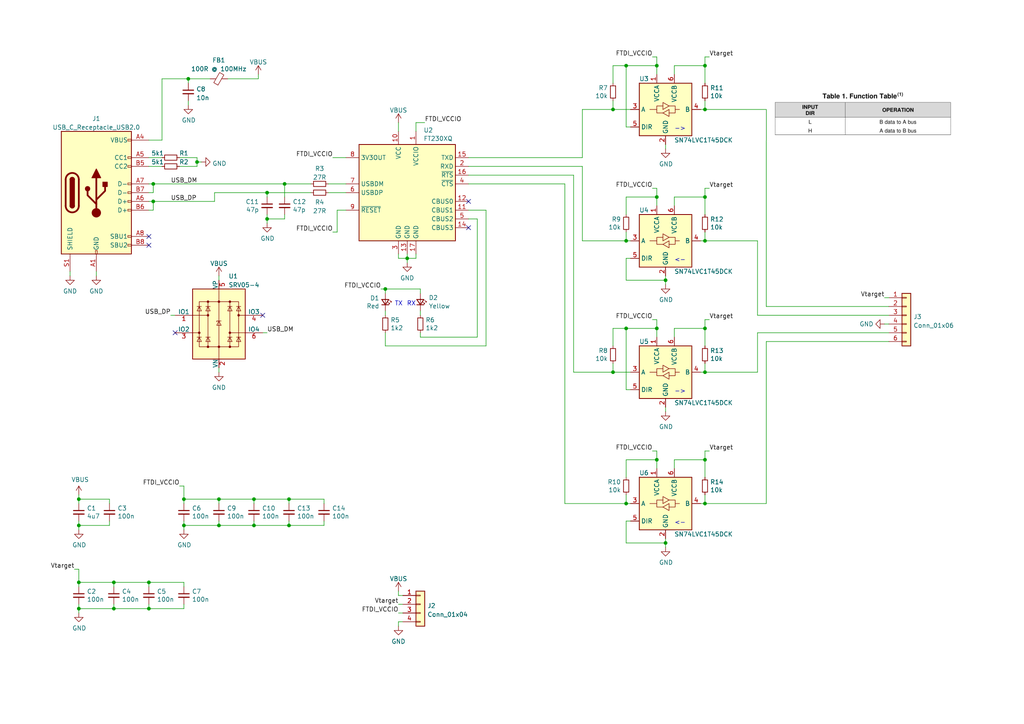
<source format=kicad_sch>
(kicad_sch (version 20230121) (generator eeschema)
  (paper "A4")
  (lib_symbols
    (symbol "Connector:USB_C_Receptacle_USB2.0" (pin_names (offset 1.016))
      (property "Reference" "J" (at -10.16 19.05 0))
      (property "Value" "USB_C_Receptacle_USB2.0" (at 19.05 19.05 0))
      (symbol "USB_C_Receptacle_USB2.0_0_0"
        (rectangle (start -0.254 -17.78) (end 0.254 -16.764))
        (rectangle (start 10.16 -14.986) (end 9.144 -15.494))
        (rectangle (start 10.16 -12.446) (end 9.144 -12.954))
        (rectangle (start 10.16 -4.826) (end 9.144 -5.334))
        (rectangle (start 10.16 -2.286) (end 9.144 -2.794))
        (rectangle (start 10.16 0.254) (end 9.144 -0.254))
        (rectangle (start 10.16 2.794) (end 9.144 2.286))
        (rectangle (start 10.16 7.874) (end 9.144 7.366))
        (rectangle (start 10.16 10.414) (end 9.144 9.906))
        (rectangle (start 10.16 15.494) (end 9.144 14.986))
      )
      (symbol "USB_C_Receptacle_USB2.0_0_1"
        (rectangle (start -10.16 17.78) (end 10.16 -17.78) (stroke (width 0.254)) (fill (type background)))
        (arc (start -8.89 -3.81) (mid -6.985 -5.7067) (end -5.08 -3.81) (stroke (width 0.508)))
        (arc (start -7.62 -3.81) (mid -6.985 -4.4423) (end -6.35 -3.81) (stroke (width 0.254)))
        (arc (start -7.62 -3.81) (mid -6.985 -4.4423) (end -6.35 -3.81) (stroke (width 0.254)) (fill (type outline)))
        (rectangle (start -7.62 -3.81) (end -6.35 3.81) (stroke (width 0.254)) (fill (type outline)))
        (arc (start -6.35 3.81) (mid -6.985 4.4423) (end -7.62 3.81) (stroke (width 0.254)))
        (arc (start -6.35 3.81) (mid -6.985 4.4423) (end -7.62 3.81) (stroke (width 0.254)) (fill (type outline)))
        (arc (start -5.08 3.81) (mid -6.985 5.7067) (end -8.89 3.81) (stroke (width 0.508)))
        (circle (center -2.54 1.143) (radius 0.635) (stroke (width 0.254)) (fill (type outline)))
        (circle (center 0 -5.842) (radius 1.27) (fill (type outline)))
        (polyline (pts (xy -8.89 -3.81) (xy -8.89 3.81)) (stroke (width 0.508)))
        (polyline (pts (xy -5.08 3.81) (xy -5.08 -3.81)) (stroke (width 0.508)))
        (polyline (pts (xy 0 -5.842) (xy 0 4.318)) (stroke (width 0.508)))
        (polyline (pts (xy 0 -3.302) (xy -2.54 -0.762) (xy -2.54 0.508)) (stroke (width 0.508)))
        (polyline (pts (xy 0 -2.032) (xy 2.54 0.508) (xy 2.54 1.778)) (stroke (width 0.508)))
        (polyline (pts (xy -1.27 4.318) (xy 0 6.858) (xy 1.27 4.318) (xy -1.27 4.318)) (stroke (width 0.254)) (fill (type outline)))
        (rectangle (start 1.905 1.778) (end 3.175 3.048) (stroke (width 0.254)) (fill (type outline)))
      )
      (symbol "USB_C_Receptacle_USB2.0_1_1"
        (pin passive line (at 0 -22.86 90) (length 5.08) (name "GND") (number "A1"))
        (pin passive line (at 0 -22.86 90) (length 5.08) hide (name "GND") (number "A12"))
        (pin passive line (at 15.24 15.24 180) (length 5.08) (name "VBUS") (number "A4"))
        (pin bidirectional line (at 15.24 10.16 180) (length 5.08) (name "CC1") (number "A5"))
        (pin bidirectional line (at 15.24 -2.54 180) (length 5.08) (name "D+") (number "A6"))
        (pin bidirectional line (at 15.24 2.54 180) (length 5.08) (name "D-") (number "A7"))
        (pin bidirectional line (at 15.24 -12.7 180) (length 5.08) (name "SBU1") (number "A8"))
        (pin passive line (at 15.24 15.24 180) (length 5.08) hide (name "VBUS") (number "A9"))
        (pin passive line (at 0 -22.86 90) (length 5.08) hide (name "GND") (number "B1"))
        (pin passive line (at 0 -22.86 90) (length 5.08) hide (name "GND") (number "B12"))
        (pin passive line (at 15.24 15.24 180) (length 5.08) hide (name "VBUS") (number "B4"))
        (pin bidirectional line (at 15.24 7.62 180) (length 5.08) (name "CC2") (number "B5"))
        (pin bidirectional line (at 15.24 -5.08 180) (length 5.08) (name "D+") (number "B6"))
        (pin bidirectional line (at 15.24 0 180) (length 5.08) (name "D-") (number "B7"))
        (pin bidirectional line (at 15.24 -15.24 180) (length 5.08) (name "SBU2") (number "B8"))
        (pin passive line (at 15.24 15.24 180) (length 5.08) hide (name "VBUS") (number "B9"))
        (pin passive line (at -7.62 -22.86 90) (length 5.08) (name "SHIELD") (number "S1"))
      )
    )
    (symbol "Connector_Generic:Conn_01x04" (pin_names (offset 1.016) hide)
      (property "Reference" "J" (at 0 5.08 0))
      (property "Value" "Conn_01x04" (at 0 -7.62 0))
      (symbol "Conn_01x04_1_1"
        (rectangle (start -1.27 -4.953) (end 0 -5.207) (stroke (width 0.1524)))
        (rectangle (start -1.27 -2.413) (end 0 -2.667) (stroke (width 0.1524)))
        (rectangle (start -1.27 0.127) (end 0 -0.127) (stroke (width 0.1524)))
        (rectangle (start -1.27 2.667) (end 0 2.413) (stroke (width 0.1524)))
        (rectangle (start -1.27 3.81) (end 1.27 -6.35) (stroke (width 0.254)) (fill (type background)))
        (pin passive line (at -5.08 2.54 0) (length 3.81) (name "Pin_1") (number "1"))
        (pin passive line (at -5.08 0 0) (length 3.81) (name "Pin_2") (number "2"))
        (pin passive line (at -5.08 -2.54 0) (length 3.81) (name "Pin_3") (number "3"))
        (pin passive line (at -5.08 -5.08 0) (length 3.81) (name "Pin_4") (number "4"))
      )
    )
    (symbol "Connector_Generic:Conn_01x06" (pin_names (offset 1.016) hide)
      (property "Reference" "J" (at 0 7.62 0))
      (property "Value" "Conn_01x06" (at 0 -10.16 0))
      (symbol "Conn_01x06_1_1"
        (rectangle (start -1.27 -7.493) (end 0 -7.747) (stroke (width 0.1524)))
        (rectangle (start -1.27 -4.953) (end 0 -5.207) (stroke (width 0.1524)))
        (rectangle (start -1.27 -2.413) (end 0 -2.667) (stroke (width 0.1524)))
        (rectangle (start -1.27 0.127) (end 0 -0.127) (stroke (width 0.1524)))
        (rectangle (start -1.27 2.667) (end 0 2.413) (stroke (width 0.1524)))
        (rectangle (start -1.27 5.207) (end 0 4.953) (stroke (width 0.1524)))
        (rectangle (start -1.27 6.35) (end 1.27 -8.89) (stroke (width 0.254)) (fill (type background)))
        (pin passive line (at -5.08 5.08 0) (length 3.81) (name "Pin_1") (number "1"))
        (pin passive line (at -5.08 2.54 0) (length 3.81) (name "Pin_2") (number "2"))
        (pin passive line (at -5.08 0 0) (length 3.81) (name "Pin_3") (number "3"))
        (pin passive line (at -5.08 -2.54 0) (length 3.81) (name "Pin_4") (number "4"))
        (pin passive line (at -5.08 -5.08 0) (length 3.81) (name "Pin_5") (number "5"))
        (pin passive line (at -5.08 -7.62 0) (length 3.81) (name "Pin_6") (number "6"))
      )
    )
    (symbol "Device:C_Small" (pin_numbers hide) (pin_names (offset 0.254) hide)
      (property "Reference" "C" (at 0.254 1.778 0))
      (property "Value" "C_Small" (at 0.254 -2.032 0))
      (symbol "C_Small_0_1"
        (polyline (pts (xy -1.524 -0.508) (xy 1.524 -0.508)) (stroke (width 0.3302)))
        (polyline (pts (xy -1.524 0.508) (xy 1.524 0.508)) (stroke (width 0.3048)))
      )
      (symbol "C_Small_1_1"
        (pin passive line (at 0 2.54 270) (length 2.032) (name "~") (number "1"))
        (pin passive line (at 0 -2.54 90) (length 2.032) (name "~") (number "2"))
      )
    )
    (symbol "Device:FerriteBead_Small" (pin_numbers hide) (pin_names (offset 0))
      (property "Reference" "FB" (at 1.905 1.27 0))
      (property "Value" "FerriteBead_Small" (at 1.905 -1.27 0))
      (symbol "FerriteBead_Small_0_1"
        (polyline (pts (xy 0 -1.27) (xy 0 -0.7874)))
        (polyline (pts (xy 0 0.889) (xy 0 1.2954)))
        (polyline (pts (xy -1.8288 0.2794) (xy -1.1176 1.4986) (xy 1.8288 -0.2032) (xy 1.1176 -1.4224) (xy -1.8288 0.2794)))
      )
      (symbol "FerriteBead_Small_1_1"
        (pin passive line (at 0 2.54 270) (length 1.27) (name "~") (number "1"))
        (pin passive line (at 0 -2.54 90) (length 1.27) (name "~") (number "2"))
      )
    )
    (symbol "Device:LED_Small" (pin_numbers hide) (pin_names (offset 0.254) hide)
      (property "Reference" "D" (at -1.27 3.175 0))
      (property "Value" "LED_Small" (at -4.445 -2.54 0))
      (symbol "LED_Small_0_1"
        (polyline (pts (xy -0.762 -1.016) (xy -0.762 1.016)) (stroke (width 0.254)))
        (polyline (pts (xy 1.016 0) (xy -0.762 0)))
        (polyline (pts (xy 0.762 -1.016) (xy -0.762 0) (xy 0.762 1.016) (xy 0.762 -1.016)) (stroke (width 0.254)))
        (polyline (pts (xy 0 0.762) (xy -0.508 1.27) (xy -0.254 1.27) (xy -0.508 1.27) (xy -0.508 1.016)))
        (polyline (pts (xy 0.508 1.27) (xy 0 1.778) (xy 0.254 1.778) (xy 0 1.778) (xy 0 1.524)))
      )
      (symbol "LED_Small_1_1"
        (pin passive line (at -2.54 0 0) (length 1.778) (name "K") (number "1"))
        (pin passive line (at 2.54 0 180) (length 1.778) (name "A") (number "2"))
      )
    )
    (symbol "Device:R_Small" (pin_numbers hide) (pin_names (offset 0.254) hide)
      (property "Reference" "R" (at 0.762 0.508 0))
      (property "Value" "R_Small" (at 0.762 -1.016 0))
      (symbol "R_Small_0_1"
        (rectangle (start -0.762 1.778) (end 0.762 -1.778) (stroke (width 0.2032)))
      )
      (symbol "R_Small_1_1"
        (pin passive line (at 0 2.54 270) (length 0.762) (name "~") (number "1"))
        (pin passive line (at 0 -2.54 90) (length 0.762) (name "~") (number "2"))
      )
    )
    (symbol "Interface_USB:FT230XQ"
      (property "Reference" "U" (at -13.97 15.24 0))
      (property "Value" "FT230XQ" (at 7.62 15.24 0))
      (symbol "FT230XQ_0_1"
        (rectangle (start -13.97 13.97) (end 13.97 -13.97) (stroke (width 0.254)) (fill (type background)))
      )
      (symbol "FT230XQ_1_1"
        (pin power_in line (at 2.54 17.78 270) (length 3.81) (name "VCCIO") (number "1"))
        (pin power_in line (at -2.54 17.78 270) (length 3.81) (name "VCC") (number "10"))
        (pin bidirectional line (at 17.78 -5.08 180) (length 3.81) (name "CBUS1") (number "11"))
        (pin bidirectional line (at 17.78 -2.54 180) (length 3.81) (name "CBUS0") (number "12"))
        (pin power_in line (at 0 -17.78 90) (length 3.81) (name "GND") (number "13"))
        (pin bidirectional line (at 17.78 -10.16 180) (length 3.81) (name "CBUS3") (number "14"))
        (pin output line (at 17.78 10.16 180) (length 3.81) (name "TXD") (number "15"))
        (pin output line (at 17.78 5.08 180) (length 3.81) (name "~{RTS}") (number "16"))
        (pin power_in line (at 2.54 -17.78 90) (length 3.81) (name "GND") (number "17"))
        (pin input line (at 17.78 7.62 180) (length 3.81) (name "RXD") (number "2"))
        (pin power_in line (at -2.54 -17.78 90) (length 3.81) (name "GND") (number "3"))
        (pin input line (at 17.78 2.54 180) (length 3.81) (name "~{CTS}") (number "4"))
        (pin bidirectional line (at 17.78 -7.62 180) (length 3.81) (name "CBUS2") (number "5"))
        (pin bidirectional line (at -17.78 0 0) (length 3.81) (name "USBDP") (number "6"))
        (pin bidirectional line (at -17.78 2.54 0) (length 3.81) (name "USBDM") (number "7"))
        (pin power_out line (at -17.78 10.16 0) (length 3.81) (name "3V3OUT") (number "8"))
        (pin input line (at -17.78 -5.08 0) (length 3.81) (name "~{RESET}") (number "9"))
      )
    )
    (symbol "Logic_LevelTranslator:SN74LVC1T45DCK"
      (property "Reference" "U" (at -6.35 8.89 0))
      (property "Value" "SN74LVC1T45DCK" (at 3.81 8.89 0))
      (symbol "SN74LVC1T45DCK_0_1"
        (rectangle (start -7.62 7.62) (end 7.62 -7.62) (stroke (width 0.254)) (fill (type background)))
        (polyline (pts (xy -2.54 0) (xy -2.54 1.016) (xy -0.762 1.016)))
        (polyline (pts (xy 2.794 0) (xy 2.794 -1.016) (xy 1.016 -1.016)))
        (polyline (pts (xy -0.762 -1.016) (xy -2.54 -1.016) (xy -2.54 0) (xy -4.572 0)))
        (polyline (pts (xy -0.762 0) (xy -0.762 2.032) (xy 1.016 1.016) (xy -0.762 0)))
        (polyline (pts (xy 1.016 1.016) (xy 2.794 1.016) (xy 2.794 0) (xy 4.064 0)))
        (polyline (pts (xy 1.016 0) (xy 1.016 -1.778) (xy 1.016 -2.032) (xy -0.762 -1.016) (xy 1.016 0)))
      )
      (symbol "SN74LVC1T45DCK_1_1"
        (pin power_in line (at -2.54 10.16 270) (length 2.54) (name "VCCA") (number "1"))
        (pin power_in line (at 0 -10.16 90) (length 2.54) (name "GND") (number "2"))
        (pin bidirectional line (at -10.16 0 0) (length 2.54) (name "A") (number "3"))
        (pin bidirectional line (at 10.16 0 180) (length 2.54) (name "B") (number "4"))
        (pin input line (at -10.16 -5.08 0) (length 2.54) (name "DIR") (number "5"))
        (pin power_in line (at 2.54 10.16 270) (length 2.54) (name "VCCB") (number "6"))
      )
    )
    (symbol "Power_Protection:SRV05-4" (pin_names (offset 0))
      (property "Reference" "U" (at -5.08 11.43 0))
      (property "Value" "SRV05-4" (at 2.54 11.43 0))
      (symbol "SRV05-4_0_0"
        (rectangle (start -5.715 6.477) (end 5.715 -6.604))
        (polyline (pts (xy -3.175 -6.604) (xy -3.175 6.477)))
        (polyline (pts (xy 3.175 6.477) (xy 3.175 -6.604)))
      )
      (symbol "SRV05-4_0_1"
        (rectangle (start -7.62 10.16) (end 7.62 -10.16) (stroke (width 0.254)) (fill (type background)))
        (circle (center -5.715 -2.54) (radius 0.2794) (fill (type outline)))
        (circle (center -3.175 -6.604) (radius 0.2794) (fill (type outline)))
        (circle (center -3.175 2.54) (radius 0.2794) (fill (type outline)))
        (circle (center -3.175 6.477) (radius 0.2794) (fill (type outline)))
        (circle (center 0 -6.604) (radius 0.2794) (fill (type outline)))
        (polyline (pts (xy -7.747 2.54) (xy -3.175 2.54)))
        (polyline (pts (xy -7.62 -2.54) (xy -5.715 -2.54)))
        (polyline (pts (xy -5.08 -3.81) (xy -6.35 -3.81)))
        (polyline (pts (xy -5.08 5.08) (xy -6.35 5.08)))
        (polyline (pts (xy -2.54 -3.81) (xy -3.81 -3.81)))
        (polyline (pts (xy -2.54 5.08) (xy -3.81 5.08)))
        (polyline (pts (xy 0 10.16) (xy 0 -10.16)))
        (polyline (pts (xy 3.81 -3.81) (xy 2.54 -3.81)))
        (polyline (pts (xy 3.81 5.08) (xy 2.54 5.08)))
        (polyline (pts (xy 6.35 -3.81) (xy 5.08 -3.81)))
        (polyline (pts (xy 6.35 5.08) (xy 5.08 5.08)))
        (polyline (pts (xy 7.62 -2.54) (xy 3.175 -2.54)))
        (polyline (pts (xy 7.62 2.54) (xy 5.715 2.54)))
        (polyline (pts (xy 0.635 0.889) (xy -0.635 0.889) (xy -0.635 0.635)))
        (polyline (pts (xy -5.08 -5.08) (xy -6.35 -5.08) (xy -5.715 -3.81) (xy -5.08 -5.08)))
        (polyline (pts (xy -5.08 3.81) (xy -6.35 3.81) (xy -5.715 5.08) (xy -5.08 3.81)))
        (polyline (pts (xy -2.54 -5.08) (xy -3.81 -5.08) (xy -3.175 -3.81) (xy -2.54 -5.08)))
        (polyline (pts (xy -2.54 3.81) (xy -3.81 3.81) (xy -3.175 5.08) (xy -2.54 3.81)))
        (polyline (pts (xy 0.635 -0.381) (xy -0.635 -0.381) (xy 0 0.889) (xy 0.635 -0.381)))
        (polyline (pts (xy 3.81 -5.08) (xy 2.54 -5.08) (xy 3.175 -3.81) (xy 3.81 -5.08)))
        (polyline (pts (xy 3.81 3.81) (xy 2.54 3.81) (xy 3.175 5.08) (xy 3.81 3.81)))
        (polyline (pts (xy 6.35 -5.08) (xy 5.08 -5.08) (xy 5.715 -3.81) (xy 6.35 -5.08)))
        (polyline (pts (xy 6.35 3.81) (xy 5.08 3.81) (xy 5.715 5.08) (xy 6.35 3.81)))
        (circle (center 0 6.477) (radius 0.2794) (fill (type outline)))
        (circle (center 3.175 -6.604) (radius 0.2794) (fill (type outline)))
        (circle (center 3.175 -2.54) (radius 0.2794) (fill (type outline)))
        (circle (center 3.175 6.477) (radius 0.2794) (fill (type outline)))
        (circle (center 5.715 2.54) (radius 0.2794) (fill (type outline)))
      )
      (symbol "SRV05-4_1_1"
        (pin passive line (at -12.7 2.54 0) (length 5.08) (name "IO1") (number "1"))
        (pin passive line (at 0 -12.7 90) (length 2.54) (name "VN") (number "2"))
        (pin passive line (at -12.7 -2.54 0) (length 5.08) (name "IO2") (number "3"))
        (pin passive line (at 12.7 2.54 180) (length 5.08) (name "IO3") (number "4"))
        (pin passive line (at 0 12.7 270) (length 2.54) (name "VP") (number "5"))
        (pin passive line (at 12.7 -2.54 180) (length 5.08) (name "IO4") (number "6"))
      )
    )
    (symbol "power:GND" (power) (pin_names (offset 0))
      (property "Value" "GND" (at 0 -3.81 0))
      (symbol "GND_0_1"
        (polyline (pts (xy 0 0) (xy 0 -1.27) (xy 1.27 -1.27) (xy 0 -2.54) (xy -1.27 -1.27) (xy 0 -1.27)))
      )
      (symbol "GND_1_1"
        (pin power_in line (at 0 0 270) (length 0) hide (name "GND") (number "1"))
      )
    )
    (symbol "power:VBUS" (power) (pin_names (offset 0))
      (property "Value" "VBUS" (at 0 3.81 0))
      (symbol "VBUS_0_1"
        (polyline (pts (xy -0.762 1.27) (xy 0 2.54)))
        (polyline (pts (xy 0 0) (xy 0 2.54)))
        (polyline (pts (xy 0 2.54) (xy 0.762 1.27)))
      )
      (symbol "VBUS_1_1"
        (pin power_in line (at 0 0 90) (length 0) hide (name "VBUS") (number "1"))
      )
    )
  )
  (junction (at 181.61 146.05))
  (junction (at 54.61 22.86))
  (junction (at 181.61 19.05))
  (junction (at 193.04 81.28))
  (junction (at 57.15 46.99))
  (junction (at 204.47 69.85))
  (junction (at 22.86 144.78))
  (junction (at 44.45 58.42))
  (junction (at 43.18 168.91))
  (junction (at 82.55 53.34))
  (junction (at 204.47 95.25))
  (junction (at 181.61 69.85))
  (junction (at 63.5 144.78))
  (junction (at 190.5 133.35))
  (junction (at 63.5 152.4))
  (junction (at 204.47 133.35))
  (junction (at 77.47 55.88))
  (junction (at 83.82 152.4))
  (junction (at 73.66 152.4))
  (junction (at 22.86 168.91))
  (junction (at 204.47 57.15))
  (junction (at 22.86 152.4))
  (junction (at 118.11 74.93))
  (junction (at 190.5 19.05))
  (junction (at 33.02 176.53))
  (junction (at 53.34 152.4))
  (junction (at 111.76 83.82))
  (junction (at 33.02 168.91))
  (junction (at 204.47 107.95))
  (junction (at 204.47 31.75))
  (junction (at 73.66 144.78))
  (junction (at 53.34 144.78))
  (junction (at 177.8 31.75))
  (junction (at 177.8 107.95))
  (junction (at 43.18 176.53))
  (junction (at 190.5 95.25))
  (junction (at 193.04 157.48))
  (junction (at 77.47 63.5))
  (junction (at 22.86 176.53))
  (junction (at 181.61 95.25))
  (junction (at 190.5 57.15))
  (junction (at 204.47 146.05))
  (junction (at 44.45 53.34))
  (junction (at 83.82 144.78))
  (junction (at 204.47 19.05))
  (no_connect (at 76.2 91.44))
  (no_connect (at 50.8 96.52))
  (no_connect (at 43.18 71.12))
  (no_connect (at 43.18 68.58))
  (no_connect (at 135.89 58.42))
  (no_connect (at 135.89 66.04))
  (wire (pts (xy 63.5 144.78) (xy 73.66 144.78)))
  (wire (pts (xy 97.79 60.96) (xy 100.33 60.96)))
  (wire (pts (xy 205.74 54.61) (xy 204.47 54.61)))
  (wire (pts (xy 205.74 92.71) (xy 204.47 92.71)))
  (wire (pts (xy 168.91 45.72) (xy 168.91 31.75)))
  (wire (pts (xy 33.02 168.91) (xy 43.18 168.91)))
  (wire (pts (xy 204.47 146.05) (xy 222.25 146.05)))
  (wire (pts (xy 190.5 54.61) (xy 190.5 57.15)))
  (wire (pts (xy 83.82 152.4) (xy 83.82 151.13)))
  (wire (pts (xy 181.61 67.31) (xy 181.61 69.85)))
  (wire (pts (xy 111.76 83.82) (xy 111.76 85.09)))
  (wire (pts (xy 190.5 130.81) (xy 190.5 133.35)))
  (wire (pts (xy 181.61 36.83) (xy 181.61 19.05)))
  (wire (pts (xy 181.61 151.13) (xy 181.61 157.48)))
  (wire (pts (xy 54.61 29.21) (xy 54.61 30.48)))
  (wire (pts (xy 177.8 29.21) (xy 177.8 31.75)))
  (wire (pts (xy 181.61 19.05) (xy 177.8 19.05)))
  (wire (pts (xy 204.47 146.05) (xy 204.47 143.51)))
  (wire (pts (xy 43.18 168.91) (xy 53.34 168.91)))
  (wire (pts (xy 77.47 63.5) (xy 77.47 62.23)))
  (wire (pts (xy 49.53 91.44) (xy 50.8 91.44)))
  (wire (pts (xy 118.11 74.93) (xy 120.65 74.93)))
  (wire (pts (xy 163.83 53.34) (xy 163.83 146.05)))
  (wire (pts (xy 182.88 74.93) (xy 181.61 74.93)))
  (wire (pts (xy 204.47 69.85) (xy 204.47 67.31)))
  (wire (pts (xy 195.58 133.35) (xy 195.58 135.89)))
  (wire (pts (xy 53.34 176.53) (xy 53.34 175.26)))
  (wire (pts (xy 204.47 95.25) (xy 204.47 100.33)))
  (wire (pts (xy 21.59 165.1) (xy 22.86 165.1)))
  (wire (pts (xy 82.55 63.5) (xy 82.55 62.23)))
  (wire (pts (xy 77.47 55.88) (xy 77.47 57.15)))
  (wire (pts (xy 121.92 96.52) (xy 121.92 97.79)))
  (wire (pts (xy 62.23 55.88) (xy 77.47 55.88)))
  (wire (pts (xy 46.99 40.64) (xy 46.99 22.86)))
  (wire (pts (xy 77.47 63.5) (xy 82.55 63.5)))
  (wire (pts (xy 57.15 48.26) (xy 57.15 46.99)))
  (wire (pts (xy 63.5 80.01) (xy 63.5 81.28)))
  (wire (pts (xy 115.57 175.26) (xy 116.84 175.26)))
  (wire (pts (xy 43.18 45.72) (xy 46.99 45.72)))
  (wire (pts (xy 33.02 176.53) (xy 43.18 176.53)))
  (wire (pts (xy 22.86 143.51) (xy 22.86 144.78)))
  (wire (pts (xy 53.34 144.78) (xy 53.34 146.05)))
  (wire (pts (xy 256.54 93.98) (xy 257.81 93.98)))
  (wire (pts (xy 177.8 31.75) (xy 182.88 31.75)))
  (wire (pts (xy 43.18 53.34) (xy 44.45 53.34)))
  (wire (pts (xy 140.97 60.96) (xy 135.89 60.96)))
  (wire (pts (xy 181.61 74.93) (xy 181.61 81.28)))
  (wire (pts (xy 256.54 86.36) (xy 257.81 86.36)))
  (wire (pts (xy 118.11 74.93) (xy 118.11 76.2)))
  (wire (pts (xy 222.25 31.75) (xy 222.25 88.9)))
  (wire (pts (xy 83.82 144.78) (xy 93.98 144.78)))
  (wire (pts (xy 121.92 97.79) (xy 138.43 97.79)))
  (wire (pts (xy 22.86 176.53) (xy 33.02 176.53)))
  (wire (pts (xy 22.86 168.91) (xy 33.02 168.91)))
  (wire (pts (xy 135.89 53.34) (xy 163.83 53.34)))
  (wire (pts (xy 77.47 64.77) (xy 77.47 63.5)))
  (wire (pts (xy 73.66 144.78) (xy 83.82 144.78)))
  (wire (pts (xy 181.61 113.03) (xy 181.61 95.25)))
  (wire (pts (xy 118.11 74.93) (xy 115.57 74.93)))
  (wire (pts (xy 190.5 19.05) (xy 190.5 16.51)))
  (wire (pts (xy 57.15 46.99) (xy 58.42 46.99)))
  (wire (pts (xy 31.75 152.4) (xy 31.75 151.13)))
  (wire (pts (xy 204.47 138.43) (xy 204.47 133.35)))
  (wire (pts (xy 110.49 83.82) (xy 111.76 83.82)))
  (wire (pts (xy 166.37 50.8) (xy 166.37 107.95)))
  (wire (pts (xy 190.5 92.71) (xy 189.23 92.71)))
  (wire (pts (xy 193.04 119.38) (xy 193.04 118.11)))
  (wire (pts (xy 120.65 35.56) (xy 120.65 38.1)))
  (wire (pts (xy 181.61 81.28) (xy 193.04 81.28)))
  (wire (pts (xy 168.91 69.85) (xy 181.61 69.85)))
  (wire (pts (xy 115.57 35.56) (xy 115.57 38.1)))
  (wire (pts (xy 22.86 168.91) (xy 22.86 170.18)))
  (wire (pts (xy 193.04 43.18) (xy 193.04 41.91)))
  (wire (pts (xy 115.57 181.61) (xy 115.57 180.34)))
  (wire (pts (xy 123.19 35.56) (xy 120.65 35.56)))
  (wire (pts (xy 222.25 146.05) (xy 222.25 99.06)))
  (wire (pts (xy 27.94 78.74) (xy 27.94 80.01)))
  (wire (pts (xy 195.58 19.05) (xy 195.58 21.59)))
  (wire (pts (xy 53.34 153.67) (xy 53.34 152.4)))
  (wire (pts (xy 222.25 99.06) (xy 257.81 99.06)))
  (wire (pts (xy 115.57 172.72) (xy 116.84 172.72)))
  (wire (pts (xy 181.61 146.05) (xy 182.88 146.05)))
  (wire (pts (xy 135.89 50.8) (xy 166.37 50.8)))
  (wire (pts (xy 204.47 62.23) (xy 204.47 57.15)))
  (wire (pts (xy 63.5 152.4) (xy 73.66 152.4)))
  (wire (pts (xy 63.5 106.68) (xy 63.5 107.95)))
  (wire (pts (xy 44.45 60.96) (xy 44.45 58.42)))
  (wire (pts (xy 44.45 53.34) (xy 82.55 53.34)))
  (wire (pts (xy 204.47 29.21) (xy 204.47 31.75)))
  (wire (pts (xy 53.34 152.4) (xy 63.5 152.4)))
  (wire (pts (xy 190.5 95.25) (xy 190.5 97.79)))
  (wire (pts (xy 190.5 16.51) (xy 189.23 16.51)))
  (wire (pts (xy 163.83 146.05) (xy 181.61 146.05)))
  (wire (pts (xy 204.47 95.25) (xy 195.58 95.25)))
  (wire (pts (xy 115.57 74.93) (xy 115.57 73.66)))
  (wire (pts (xy 95.25 55.88) (xy 100.33 55.88)))
  (wire (pts (xy 204.47 130.81) (xy 204.47 133.35)))
  (wire (pts (xy 203.2 69.85) (xy 204.47 69.85)))
  (wire (pts (xy 203.2 107.95) (xy 204.47 107.95)))
  (wire (pts (xy 181.61 57.15) (xy 190.5 57.15)))
  (wire (pts (xy 138.43 63.5) (xy 135.89 63.5)))
  (wire (pts (xy 204.47 133.35) (xy 195.58 133.35)))
  (wire (pts (xy 140.97 100.33) (xy 140.97 60.96)))
  (wire (pts (xy 181.61 19.05) (xy 190.5 19.05)))
  (wire (pts (xy 111.76 90.17) (xy 111.76 91.44)))
  (wire (pts (xy 111.76 96.52) (xy 111.76 100.33)))
  (wire (pts (xy 43.18 168.91) (xy 43.18 170.18)))
  (wire (pts (xy 22.86 144.78) (xy 31.75 144.78)))
  (wire (pts (xy 189.23 130.81) (xy 190.5 130.81)))
  (wire (pts (xy 177.8 105.41) (xy 177.8 107.95)))
  (wire (pts (xy 203.2 146.05) (xy 204.47 146.05)))
  (wire (pts (xy 135.89 45.72) (xy 168.91 45.72)))
  (wire (pts (xy 182.88 151.13) (xy 181.61 151.13)))
  (wire (pts (xy 46.99 22.86) (xy 54.61 22.86)))
  (wire (pts (xy 177.8 19.05) (xy 177.8 24.13)))
  (wire (pts (xy 193.04 82.55) (xy 193.04 81.28)))
  (wire (pts (xy 190.5 57.15) (xy 190.5 59.69)))
  (wire (pts (xy 62.23 55.88) (xy 62.23 58.42)))
  (wire (pts (xy 77.47 55.88) (xy 90.17 55.88)))
  (wire (pts (xy 168.91 48.26) (xy 168.91 69.85)))
  (wire (pts (xy 22.86 153.67) (xy 22.86 152.4)))
  (wire (pts (xy 53.34 140.97) (xy 53.34 144.78)))
  (wire (pts (xy 120.65 74.93) (xy 120.65 73.66)))
  (wire (pts (xy 43.18 176.53) (xy 53.34 176.53)))
  (wire (pts (xy 76.2 96.52) (xy 77.47 96.52)))
  (wire (pts (xy 190.5 95.25) (xy 190.5 92.71)))
  (wire (pts (xy 193.04 157.48) (xy 193.04 156.21)))
  (wire (pts (xy 222.25 88.9) (xy 257.81 88.9)))
  (wire (pts (xy 138.43 97.79) (xy 138.43 63.5)))
  (wire (pts (xy 63.5 152.4) (xy 63.5 151.13)))
  (wire (pts (xy 111.76 83.82) (xy 121.92 83.82)))
  (wire (pts (xy 83.82 144.78) (xy 83.82 146.05)))
  (wire (pts (xy 93.98 144.78) (xy 93.98 146.05)))
  (wire (pts (xy 121.92 83.82) (xy 121.92 85.09)))
  (wire (pts (xy 118.11 73.66) (xy 118.11 74.93)))
  (wire (pts (xy 96.52 67.31) (xy 97.79 67.31)))
  (wire (pts (xy 22.86 152.4) (xy 31.75 152.4)))
  (wire (pts (xy 22.86 176.53) (xy 22.86 175.26)))
  (wire (pts (xy 204.47 69.85) (xy 219.71 69.85)))
  (wire (pts (xy 195.58 57.15) (xy 195.58 59.69)))
  (wire (pts (xy 204.47 54.61) (xy 204.47 57.15)))
  (wire (pts (xy 177.8 95.25) (xy 177.8 100.33)))
  (wire (pts (xy 219.71 69.85) (xy 219.71 91.44)))
  (wire (pts (xy 204.47 16.51) (xy 204.47 19.05)))
  (wire (pts (xy 135.89 48.26) (xy 168.91 48.26)))
  (wire (pts (xy 73.66 152.4) (xy 83.82 152.4)))
  (wire (pts (xy 44.45 58.42) (xy 43.18 58.42)))
  (wire (pts (xy 193.04 81.28) (xy 193.04 80.01)))
  (wire (pts (xy 53.34 168.91) (xy 53.34 170.18)))
  (wire (pts (xy 190.5 133.35) (xy 190.5 135.89)))
  (wire (pts (xy 190.5 19.05) (xy 190.5 21.59)))
  (wire (pts (xy 31.75 144.78) (xy 31.75 146.05)))
  (wire (pts (xy 33.02 176.53) (xy 33.02 175.26)))
  (wire (pts (xy 52.07 140.97) (xy 53.34 140.97)))
  (wire (pts (xy 219.71 107.95) (xy 219.71 96.52)))
  (wire (pts (xy 62.23 58.42) (xy 44.45 58.42)))
  (wire (pts (xy 44.45 53.34) (xy 44.45 55.88)))
  (wire (pts (xy 203.2 31.75) (xy 204.47 31.75)))
  (wire (pts (xy 33.02 168.91) (xy 33.02 170.18)))
  (wire (pts (xy 182.88 113.03) (xy 181.61 113.03)))
  (wire (pts (xy 219.71 91.44) (xy 257.81 91.44)))
  (wire (pts (xy 204.47 57.15) (xy 195.58 57.15)))
  (wire (pts (xy 193.04 158.75) (xy 193.04 157.48)))
  (wire (pts (xy 182.88 36.83) (xy 181.61 36.83)))
  (wire (pts (xy 205.74 130.81) (xy 204.47 130.81)))
  (wire (pts (xy 43.18 55.88) (xy 44.45 55.88)))
  (wire (pts (xy 54.61 22.86) (xy 60.96 22.86)))
  (wire (pts (xy 195.58 95.25) (xy 195.58 97.79)))
  (wire (pts (xy 43.18 40.64) (xy 46.99 40.64)))
  (wire (pts (xy 115.57 171.45) (xy 115.57 172.72)))
  (wire (pts (xy 121.92 90.17) (xy 121.92 91.44)))
  (wire (pts (xy 181.61 69.85) (xy 182.88 69.85)))
  (wire (pts (xy 219.71 96.52) (xy 257.81 96.52)))
  (wire (pts (xy 90.17 53.34) (xy 82.55 53.34)))
  (wire (pts (xy 82.55 53.34) (xy 82.55 57.15)))
  (wire (pts (xy 181.61 138.43) (xy 181.61 133.35)))
  (wire (pts (xy 204.47 107.95) (xy 219.71 107.95)))
  (wire (pts (xy 204.47 19.05) (xy 204.47 24.13)))
  (wire (pts (xy 22.86 144.78) (xy 22.86 146.05)))
  (wire (pts (xy 181.61 133.35) (xy 190.5 133.35)))
  (wire (pts (xy 54.61 22.86) (xy 54.61 24.13)))
  (wire (pts (xy 53.34 152.4) (xy 53.34 151.13)))
  (wire (pts (xy 97.79 60.96) (xy 97.79 67.31)))
  (wire (pts (xy 166.37 107.95) (xy 177.8 107.95)))
  (wire (pts (xy 43.18 60.96) (xy 44.45 60.96)))
  (wire (pts (xy 168.91 31.75) (xy 177.8 31.75)))
  (wire (pts (xy 83.82 152.4) (xy 93.98 152.4)))
  (wire (pts (xy 177.8 107.95) (xy 182.88 107.95)))
  (wire (pts (xy 20.32 78.74) (xy 20.32 80.01)))
  (wire (pts (xy 22.86 165.1) (xy 22.86 168.91)))
  (wire (pts (xy 181.61 157.48) (xy 193.04 157.48)))
  (wire (pts (xy 66.04 22.86) (xy 74.93 22.86)))
  (wire (pts (xy 204.47 105.41) (xy 204.47 107.95)))
  (wire (pts (xy 73.66 144.78) (xy 73.66 146.05)))
  (wire (pts (xy 43.18 176.53) (xy 43.18 175.26)))
  (wire (pts (xy 181.61 95.25) (xy 190.5 95.25)))
  (wire (pts (xy 95.25 53.34) (xy 100.33 53.34)))
  (wire (pts (xy 52.07 48.26) (xy 57.15 48.26)))
  (wire (pts (xy 52.07 45.72) (xy 57.15 45.72)))
  (wire (pts (xy 43.18 48.26) (xy 46.99 48.26)))
  (wire (pts (xy 73.66 152.4) (xy 73.66 151.13)))
  (wire (pts (xy 115.57 180.34) (xy 116.84 180.34)))
  (wire (pts (xy 74.93 21.59) (xy 74.93 22.86)))
  (wire (pts (xy 181.61 95.25) (xy 177.8 95.25)))
  (wire (pts (xy 181.61 62.23) (xy 181.61 57.15)))
  (wire (pts (xy 57.15 45.72) (xy 57.15 46.99)))
  (wire (pts (xy 96.52 45.72) (xy 100.33 45.72)))
  (wire (pts (xy 22.86 152.4) (xy 22.86 151.13)))
  (wire (pts (xy 115.57 177.8) (xy 116.84 177.8)))
  (wire (pts (xy 189.23 54.61) (xy 190.5 54.61)))
  (wire (pts (xy 204.47 92.71) (xy 204.47 95.25)))
  (wire (pts (xy 63.5 144.78) (xy 63.5 146.05)))
  (wire (pts (xy 204.47 31.75) (xy 222.25 31.75)))
  (wire (pts (xy 22.86 177.8) (xy 22.86 176.53)))
  (wire (pts (xy 205.74 16.51) (xy 204.47 16.51)))
  (wire (pts (xy 181.61 143.51) (xy 181.61 146.05)))
  (wire (pts (xy 111.76 100.33) (xy 140.97 100.33)))
  (wire (pts (xy 204.47 19.05) (xy 195.58 19.05)))
  (wire (pts (xy 53.34 144.78) (xy 63.5 144.78)))
  (wire (pts (xy 93.98 152.4) (xy 93.98 151.13)))
  (image (at 250.19 33.02))
  (text "RX" (at 120.65 88.9 0) (effects (font (size 1.27 1.27)) (justify right bottom)))
  (text "<-" (at 195.58 76.2 0) (effects (font (size 1.27 1.27)) (justify left bottom)))
  (text "->" (at 195.58 114.3 0) (effects (font (size 1.27 1.27)) (justify left bottom)))
  (text "TX" (at 116.84 88.9 0) (effects (font (size 1.27 1.27)) (justify right bottom)))
  (text "->" (at 195.58 38.1 0) (effects (font (size 1.27 1.27)) (justify left bottom)))
  (text "<-" (at 195.58 152.4 0) (effects (font (size 1.27 1.27)) (justify left bottom)))
  (label "FTDI_VCCIO" (at 115.57 177.8 180))
  (label "FTDI_VCCIO" (at 189.23 16.51 180))
  (label "FTDI_VCCIO" (at 96.52 45.72 180))
  (label "USB_DM" (at 77.47 96.52 0))
  (label "Vtarget" (at 205.74 54.61 0))
  (label "USB_DP" (at 49.53 58.42 0))
  (label "FTDI_VCCIO" (at 189.23 92.71 180))
  (label "FTDI_VCCIO" (at 123.19 35.56 0))
  (label "USB_DP" (at 49.53 91.44 180))
  (label "Vtarget" (at 21.59 165.1 180))
  (label "USB_DM" (at 49.53 53.34 0))
  (label "Vtarget" (at 205.74 130.81 0))
  (label "FTDI_VCCIO" (at 96.52 67.31 180))
  (label "Vtarget" (at 115.57 175.26 180))
  (label "Vtarget" (at 256.54 86.36 180))
  (label "Vtarget" (at 205.74 92.71 0))
  (label "FTDI_VCCIO" (at 52.07 140.97 180))
  (label "FTDI_VCCIO" (at 189.23 130.81 180))
  (label "Vtarget" (at 205.74 16.51 0))
  (label "FTDI_VCCIO" (at 110.49 83.82 180))
  (label "FTDI_VCCIO" (at 189.23 54.61 180))
  (symbol (lib_id "Connector_Generic:Conn_01x04") (at 121.92 175.26 0) (unit 1)
    (property "Reference" "J2" (at 123.952 175.6953 0) (effects (justify left)))
    (property "Value" "Conn_01x04" (at 123.952 178.2322 0) (effects (justify left)))
    (property "Footprint" "Connector_PinHeader_2.54mm:PinHeader_1x04_P2.54mm_Vertical" (effects hide))
    (property "JLCPCB" "C6332197" (effects hide))
  )
  (symbol (lib_id "Device:R_Small") (at 204.47 102.87 0) (unit 1)
    (property "Reference" "R13" (at 205.9686 101.7016 0) (effects (justify left)))
    (property "Value" "10k" (at 205.9686 104.013 0) (effects (justify left)))
    (property "Footprint" "Resistor_SMD:R_0402_1005Metric" (effects hide))
    (property "Spec" "ANY" (effects hide))
    (property "JLCPCB" "C25744" (effects hide))
  )
  (symbol (lib_id "Power_Protection:SRV05-4") (at 63.5 93.98 0) (unit 1)
    (property "Reference" "U1" (at 66.2687 80.1202 0) (effects (justify left)))
    (property "Value" "SRV05-4" (at 66.2687 82.6571 0) (effects (justify left)))
    (property "Footprint" "Package_TO_SOT_SMD:SOT-23-6" (effects hide))
    (property "JLCPCB" "C85364" (effects hide))
  )
  (symbol (lib_id "Device:C_Small") (at 53.34 148.59 0) (unit 1)
    (property "Reference" "C6" (at 55.6768 147.4216 0) (effects (justify left)))
    (property "Value" "100n" (at 55.6768 149.733 0) (effects (justify left)))
    (property "Footprint" "Capacitor_SMD:C_0402_1005Metric" (effects hide))
    (property "MPN" "CL05B104KB54PNC" (effects hide))
    (property "Manufacturer" "Samsung Electro-Mechanics Copy" (effects hide))
    (property "Spec" "ANY" (effects hide))
    (property "JLCPCB" "C307331" (effects hide))
  )
  (symbol (lib_id "Device:C_Small") (at 77.47 59.69 0) (unit 1)
    (property "Reference" "C11" (at 75.1332 58.5216 0) (effects (justify right)))
    (property "Value" "47p" (at 75.1332 60.833 0) (effects (justify right)))
    (property "Footprint" "Capacitor_SMD:C_0402_1005Metric" (effects hide))
    (property "MPN" "0402CG470J500NT" (effects hide))
    (property "Manufacturer" "FH (Guangdong Fenghua Advanced Tech)" (effects hide))
    (property "Spec" "ANY" (effects hide))
    (property "JLCPCB" "C1567" (effects hide))
  )
  (symbol (lib_id "power:VBUS") (at 115.57 171.45 0) (unit 1)
    (property "Reference" "#PWR015" (effects hide))
    (property "Value" "VBUS" (at 115.57 167.8742 0))
  )
  (symbol (lib_id "Device:R_Small") (at 204.47 26.67 0) (unit 1)
    (property "Reference" "R11" (at 205.9686 25.5016 0) (effects (justify left)))
    (property "Value" "10k" (at 205.9686 27.813 0) (effects (justify left)))
    (property "Footprint" "Resistor_SMD:R_0402_1005Metric" (effects hide))
    (property "Spec" "ANY" (effects hide))
    (property "JLCPCB" "C25744" (effects hide))
  )
  (symbol (lib_id "Interface_USB:FT230XQ") (at 118.11 55.88 0) (unit 1)
    (property "Reference" "U2" (at 122.8441 37.7657 0) (effects (justify left)))
    (property "Value" "FT230XQ" (at 122.8441 40.1899 0) (effects (justify left)))
    (property "Footprint" "Package_DFN_QFN:QFN-16-1EP_4x4mm_P0.65mm_EP2.1x2.1mm" (effects hide))
    (property "Datasheet" "https://www.ftdichip.com/Support/Documents/DataSheets/ICs/DS_FT230X.pdf" (effects hide))
    (property "JLCPCB" "C128629" (effects hide))
    (property "MPN" "FT230XQ-R" (effects hide))
    (property "Manufacturer" "FTDI" (effects hide))
  )
  (symbol (lib_id "Connector_Generic:Conn_01x06") (at 262.89 91.44 0) (unit 1)
    (property "Reference" "J3" (at 264.922 91.8753 0) (effects (justify left)))
    (property "Value" "Conn_01x06" (at 264.922 94.4122 0) (effects (justify left)))
    (property "Footprint" "Connector_PinHeader_2.54mm:PinHeader_1x06_P2.54mm_Horizontal" (effects hide))
    (property "JLCPCB" "C492414" (effects hide))
  )
  (symbol (lib_id "Device:C_Small") (at 82.55 59.69 0) (unit 1)
    (property "Reference" "C12" (at 84.8868 58.5216 0) (effects (justify left)))
    (property "Value" "47p" (at 84.8868 60.833 0) (effects (justify left)))
    (property "Footprint" "Capacitor_SMD:C_0402_1005Metric" (effects hide))
    (property "MPN" "0402CG470J500NT" (effects hide))
    (property "Manufacturer" "FH (Guangdong Fenghua Advanced Tech)" (effects hide))
    (property "Spec" "ANY" (effects hide))
    (property "JLCPCB" "C1567" (effects hide))
  )
  (symbol (lib_id "power:VBUS") (at 63.5 80.01 0) (unit 1)
    (property "Reference" "#PWR09" (effects hide))
    (property "Value" "VBUS" (at 63.5 76.4342 0))
  )
  (symbol (lib_id "Device:R_Small") (at 92.71 53.34 90) (unit 1)
    (property "Reference" "R3" (at 92.71 48.9036 90))
    (property "Value" "27R" (at 92.71 51.4405 90))
    (property "Footprint" "Resistor_SMD:R_0603_1608Metric" (effects hide))
    (property "JLCPCB" "C25190" (effects hide))
  )
  (symbol (lib_id "Logic_LevelTranslator:SN74LVC1T45DCK") (at 193.04 107.95 0) (unit 1)
    (property "Reference" "U5" (at 185.42 99.06 0) (effects (justify left)))
    (property "Value" "SN74LVC1T45DCK" (at 195.58 116.84 0) (effects (justify left)))
    (property "Footprint" "Package_TO_SOT_SMD:SOT-363_SC-70-6" (effects hide))
    (property "Datasheet" "http://www.ti.com/lit/ds/symlink/sn74lvc1t45.pdf" (effects hide))
    (property "MPN" "SN74LVC1T45DCKR" (effects hide))
    (property "Manufacturer" "Texas Instruments" (effects hide))
    (property "Spec" "SPEC" (effects hide))
    (property "JLCPCB" "C9382" (effects hide))
  )
  (symbol (lib_id "Device:R_Small") (at 177.8 102.87 0) (unit 1)
    (property "Reference" "R8" (at 176.3014 101.7016 0) (effects (justify right)))
    (property "Value" "10k" (at 176.3014 104.013 0) (effects (justify right)))
    (property "Footprint" "Resistor_SMD:R_0402_1005Metric" (effects hide))
    (property "Spec" "ANY" (effects hide))
    (property "JLCPCB" "C25744" (effects hide))
  )
  (symbol (lib_id "Logic_LevelTranslator:SN74LVC1T45DCK") (at 193.04 146.05 0) (unit 1)
    (property "Reference" "U6" (at 185.42 137.16 0) (effects (justify left)))
    (property "Value" "SN74LVC1T45DCK" (at 195.58 154.94 0) (effects (justify left)))
    (property "Footprint" "Package_TO_SOT_SMD:SOT-363_SC-70-6" (effects hide))
    (property "Datasheet" "http://www.ti.com/lit/ds/symlink/sn74lvc1t45.pdf" (effects hide))
    (property "MPN" "SN74LVC1T45DCKR" (effects hide))
    (property "Manufacturer" "Texas Instruments" (effects hide))
    (property "Spec" "SPEC" (effects hide))
    (property "JLCPCB" "C9382" (effects hide))
  )
  (symbol (lib_id "Device:R_Small") (at 181.61 64.77 0) (unit 1)
    (property "Reference" "R9" (at 180.1114 63.6016 0) (effects (justify right)))
    (property "Value" "10k" (at 180.1114 65.913 0) (effects (justify right)))
    (property "Footprint" "Resistor_SMD:R_0402_1005Metric" (effects hide))
    (property "Spec" "ANY" (effects hide))
    (property "JLCPCB" "C25744" (effects hide))
  )
  (symbol (lib_id "power:GND") (at 193.04 119.38 0) (unit 1)
    (property "Reference" "#PWR020" (effects hide))
    (property "Value" "GND" (at 193.167 123.7742 0))
  )
  (symbol (lib_id "Device:C_Small") (at 33.02 172.72 0) (unit 1)
    (property "Reference" "C4" (at 35.3568 171.5516 0) (effects (justify left)))
    (property "Value" "100n" (at 35.3568 173.863 0) (effects (justify left)))
    (property "Footprint" "Capacitor_SMD:C_0402_1005Metric" (effects hide))
    (property "MPN" "CL05B104KB54PNC" (effects hide))
    (property "Manufacturer" "Samsung Electro-Mechanics Copy" (effects hide))
    (property "Spec" "ANY" (effects hide))
    (property "JLCPCB" "C307331" (effects hide))
  )
  (symbol (lib_id "power:GND") (at 20.32 80.01 0) (unit 1)
    (property "Reference" "#PWR01" (effects hide))
    (property "Value" "GND" (at 20.32 84.4534 0))
  )
  (symbol (lib_id "power:VBUS") (at 115.57 35.56 0) (unit 1)
    (property "Reference" "#PWR013" (effects hide))
    (property "Value" "VBUS" (at 115.57 31.9842 0))
  )
  (symbol (lib_id "power:GND") (at 118.11 76.2 0) (unit 1)
    (property "Reference" "#PWR017" (effects hide))
    (property "Value" "GND" (at 118.11 80.6434 0))
  )
  (symbol (lib_id "Device:R_Small") (at 121.92 93.98 0) (unit 1)
    (property "Reference" "R6" (at 123.4186 92.8116 0) (effects (justify left)))
    (property "Value" "1k2" (at 123.4186 95.123 0) (effects (justify left)))
    (property "Footprint" "Resistor_SMD:R_0402_1005Metric" (effects hide))
    (property "Spec" "ANY" (effects hide))
    (property "JLCPCB" "C25862" (effects hide))
  )
  (symbol (lib_id "Device:C_Small") (at 73.66 148.59 0) (unit 1)
    (property "Reference" "C10" (at 75.9968 147.4216 0) (effects (justify left)))
    (property "Value" "100n" (at 75.9968 149.733 0) (effects (justify left)))
    (property "Footprint" "Capacitor_SMD:C_0402_1005Metric" (effects hide))
    (property "MPN" "CL05B104KB54PNC" (effects hide))
    (property "Manufacturer" "Samsung Electro-Mechanics Copy" (effects hide))
    (property "Spec" "ANY" (effects hide))
    (property "JLCPCB" "C307331" (effects hide))
  )
  (symbol (lib_id "power:GND") (at 54.61 30.48 0) (unit 1)
    (property "Reference" "#PWR07" (effects hide))
    (property "Value" "GND" (at 54.737 34.8742 0))
  )
  (symbol (lib_id "Device:LED_Small") (at 111.76 87.63 270) (mirror x) (unit 1)
    (property "Reference" "D1" (at 110.0328 86.4616 90) (effects (justify right)))
    (property "Value" "Red" (at 110.0328 88.773 90) (effects (justify right)))
    (property "Footprint" "LED_SMD:LED_0603_1608Metric" (effects hide))
    (property "Datasheet" "https://datasheet.lcsc.com/lcsc/1810231112_Hubei-KENTO-Elec-KT-0603R_C2286.pdf" (effects hide))
    (property "JLCPCB" "C2286" (effects hide))
  )
  (symbol (lib_id "power:GND") (at 58.42 46.99 90) (unit 1)
    (property "Reference" "#PWR08" (effects hide))
    (property "Value" "GND" (at 61.595 47.4238 90) (effects (justify right)))
  )
  (symbol (lib_id "power:GND") (at 63.5 107.95 0) (unit 1)
    (property "Reference" "#PWR010" (effects hide))
    (property "Value" "GND" (at 63.5 112.3934 0))
  )
  (symbol (lib_id "power:GND") (at 22.86 153.67 0) (unit 1)
    (property "Reference" "#PWR03" (effects hide))
    (property "Value" "GND" (at 22.987 158.0642 0))
  )
  (symbol (lib_id "Device:C_Small") (at 22.86 148.59 0) (unit 1)
    (property "Reference" "C1" (at 25.1968 147.4216 0) (effects (justify left)))
    (property "Value" "4u7" (at 25.1968 149.733 0) (effects (justify left)))
    (property "Footprint" "Capacitor_SMD:C_0603_1608Metric" (effects hide))
    (property "MPN" "CL10A475KO8NNNC" (effects hide))
    (property "Manufacturer" "Samsung Electro-Mechanics" (effects hide))
    (property "Spec" "ANY" (effects hide))
    (property "JLCPCB" "C19666" (effects hide))
  )
  (symbol (lib_id "Device:R_Small") (at 177.8 26.67 0) (unit 1)
    (property "Reference" "R7" (at 176.3014 25.5016 0) (effects (justify right)))
    (property "Value" "10k" (at 176.3014 27.813 0) (effects (justify right)))
    (property "Footprint" "Resistor_SMD:R_0402_1005Metric" (effects hide))
    (property "Spec" "ANY" (effects hide))
    (property "JLCPCB" "C25744" (effects hide))
  )
  (symbol (lib_id "power:GND") (at 115.57 181.61 0) (unit 1)
    (property "Reference" "#PWR016" (effects hide))
    (property "Value" "GND" (at 115.57 186.0534 0))
  )
  (symbol (lib_id "power:VBUS") (at 74.93 21.59 0) (unit 1)
    (property "Reference" "#PWR011" (effects hide))
    (property "Value" "VBUS" (at 74.93 18.0142 0))
  )
  (symbol (lib_id "Device:R_Small") (at 49.53 45.72 90) (unit 1)
    (property "Reference" "R1" (at 53.34 44.45 90))
    (property "Value" "5k1" (at 45.72 44.45 90))
    (property "Footprint" "Resistor_SMD:R_0402_1005Metric" (effects hide))
    (property "JLCPCB" "C25905" (effects hide))
    (property "MPN" "0402WGF5101TCE" (effects hide))
    (property "Manufacturer" "UNI-ROYAL(Uniroyal Elec)" (effects hide))
  )
  (symbol (lib_id "power:GND") (at 256.54 93.98 270) (unit 1)
    (property "Reference" "#PWR022" (effects hide))
    (property "Value" "GND" (at 253.3651 93.98 90) (effects (justify right)))
  )
  (symbol (lib_id "Device:R_Small") (at 204.47 140.97 0) (unit 1)
    (property "Reference" "R14" (at 205.9686 139.8016 0) (effects (justify left)))
    (property "Value" "10k" (at 205.9686 142.113 0) (effects (justify left)))
    (property "Footprint" "Resistor_SMD:R_0402_1005Metric" (effects hide))
    (property "Spec" "ANY" (effects hide))
    (property "JLCPCB" "C25744" (effects hide))
  )
  (symbol (lib_id "Device:R_Small") (at 204.47 64.77 0) (unit 1)
    (property "Reference" "R12" (at 205.9686 63.6016 0) (effects (justify left)))
    (property "Value" "10k" (at 205.9686 65.913 0) (effects (justify left)))
    (property "Footprint" "Resistor_SMD:R_0402_1005Metric" (effects hide))
    (property "Spec" "ANY" (effects hide))
    (property "JLCPCB" "C25744" (effects hide))
  )
  (symbol (lib_id "power:GND") (at 193.04 43.18 0) (unit 1)
    (property "Reference" "#PWR018" (effects hide))
    (property "Value" "GND" (at 193.167 47.5742 0))
  )
  (symbol (lib_id "power:GND") (at 27.94 80.01 0) (unit 1)
    (property "Reference" "#PWR05" (effects hide))
    (property "Value" "GND" (at 27.94 84.4534 0))
  )
  (symbol (lib_id "power:GND") (at 193.04 82.55 0) (unit 1)
    (property "Reference" "#PWR019" (effects hide))
    (property "Value" "GND" (at 193.167 86.9442 0))
  )
  (symbol (lib_id "Device:C_Small") (at 54.61 26.67 0) (unit 1)
    (property "Reference" "C8" (at 56.9341 25.8416 0) (effects (justify left)))
    (property "Value" "10n" (at 56.9341 28.3785 0) (effects (justify left)))
    (property "Footprint" "Capacitor_SMD:C_0402_1005Metric" (effects hide))
    (property "JLCPCB" "C15195" (effects hide))
  )
  (symbol (lib_id "Device:R_Small") (at 49.53 48.26 90) (unit 1)
    (property "Reference" "R2" (at 53.34 46.99 90))
    (property "Value" "5k1" (at 45.72 46.99 90))
    (property "Footprint" "Resistor_SMD:R_0402_1005Metric" (effects hide))
    (property "JLCPCB" "C25905" (effects hide))
    (property "MPN" "0402WGF5101TCE" (effects hide))
    (property "Manufacturer" "UNI-ROYAL(Uniroyal Elec)" (effects hide))
  )
  (symbol (lib_id "Device:C_Small") (at 43.18 172.72 0) (unit 1)
    (property "Reference" "C5" (at 45.5168 171.5516 0) (effects (justify left)))
    (property "Value" "100n" (at 45.5168 173.863 0) (effects (justify left)))
    (property "Footprint" "Capacitor_SMD:C_0402_1005Metric" (effects hide))
    (property "MPN" "CL05B104KB54PNC" (effects hide))
    (property "Manufacturer" "Samsung Electro-Mechanics Copy" (effects hide))
    (property "Spec" "ANY" (effects hide))
    (property "JLCPCB" "C307331" (effects hide))
  )
  (symbol (lib_id "Device:C_Small") (at 83.82 148.59 0) (unit 1)
    (property "Reference" "C13" (at 86.1568 147.4216 0) (effects (justify left)))
    (property "Value" "100n" (at 86.1568 149.733 0) (effects (justify left)))
    (property "Footprint" "Capacitor_SMD:C_0402_1005Metric" (effects hide))
    (property "MPN" "CL05B104KB54PNC" (effects hide))
    (property "Manufacturer" "Samsung Electro-Mechanics Copy" (effects hide))
    (property "Spec" "ANY" (effects hide))
    (property "JLCPCB" "C307331" (effects hide))
  )
  (symbol (lib_id "Logic_LevelTranslator:SN74LVC1T45DCK") (at 193.04 69.85 0) (unit 1)
    (property "Reference" "U4" (at 185.42 60.96 0) (effects (justify left)))
    (property "Value" "SN74LVC1T45DCK" (at 195.58 78.74 0) (effects (justify left)))
    (property "Footprint" "Package_TO_SOT_SMD:SOT-363_SC-70-6" (effects hide))
    (property "Datasheet" "http://www.ti.com/lit/ds/symlink/sn74lvc1t45.pdf" (effects hide))
    (property "MPN" "SN74LVC1T45DCKR" (effects hide))
    (property "Manufacturer" "Texas Instruments" (effects hide))
    (property "Spec" "SPEC" (effects hide))
    (property "JLCPCB" "C9382" (effects hide))
  )
  (symbol (lib_id "Connector:USB_C_Receptacle_USB2.0") (at 27.94 55.88 0) (unit 1)
    (property "Reference" "J1" (at 27.94 34.4002 0))
    (property "Value" "USB_C_Receptacle_USB2.0" (at 27.94 36.9371 0))
    (property "Footprint" "Connector_USB:USB_C_Receptacle_HRO_TYPE-C-31-M-12" (effects hide))
    (property "Datasheet" "https://datasheet.lcsc.com/lcsc/2205251630_Korean-Hroparts-Elec-TYPE-C-31-M-12_C165948.pdf" (effects hide))
    (property "Manufacturer" "Korean Hroparts Elec" (effects hide))
    (property "MPN" "TYPE-C-31-M-12" (effects hide))
    (property "JLCPCB" "C165948" (effects hide))
  )
  (symbol (lib_id "power:GND") (at 53.34 153.67 0) (unit 1)
    (property "Reference" "#PWR06" (effects hide))
    (property "Value" "GND" (at 53.467 158.0642 0))
  )
  (symbol (lib_id "Device:R_Small") (at 181.61 140.97 0) (unit 1)
    (property "Reference" "R10" (at 180.1114 139.8016 0) (effects (justify right)))
    (property "Value" "10k" (at 180.1114 142.113 0) (effects (justify right)))
    (property "Footprint" "Resistor_SMD:R_0402_1005Metric" (effects hide))
    (property "Spec" "ANY" (effects hide))
    (property "JLCPCB" "C25744" (effects hide))
  )
  (symbol (lib_id "Logic_LevelTranslator:SN74LVC1T45DCK") (at 193.04 31.75 0) (unit 1)
    (property "Reference" "U3" (at 185.42 22.86 0) (effects (justify left)))
    (property "Value" "SN74LVC1T45DCK" (at 195.58 40.64 0) (effects (justify left)))
    (property "Footprint" "Package_TO_SOT_SMD:SOT-363_SC-70-6" (effects hide))
    (property "Datasheet" "http://www.ti.com/lit/ds/symlink/sn74lvc1t45.pdf" (effects hide))
    (property "MPN" "SN74LVC1T45DCKR" (effects hide))
    (property "Manufacturer" "Texas Instruments" (effects hide))
    (property "Spec" "SPEC" (effects hide))
    (property "JLCPCB" "C9382" (effects hide))
  )
  (symbol (lib_id "power:GND") (at 22.86 177.8 0) (unit 1)
    (property "Reference" "#PWR04" (effects hide))
    (property "Value" "GND" (at 22.987 182.1942 0))
  )
  (symbol (lib_id "Device:C_Small") (at 63.5 148.59 0) (unit 1)
    (property "Reference" "C9" (at 65.8368 147.4216 0) (effects (justify left)))
    (property "Value" "100n" (at 65.8368 149.733 0) (effects (justify left)))
    (property "Footprint" "Capacitor_SMD:C_0402_1005Metric" (effects hide))
    (property "MPN" "CL05B104KB54PNC" (effects hide))
    (property "Manufacturer" "Samsung Electro-Mechanics Copy" (effects hide))
    (property "Spec" "ANY" (effects hide))
    (property "JLCPCB" "C307331" (effects hide))
  )
  (symbol (lib_id "Device:C_Small") (at 53.34 172.72 0) (unit 1)
    (property "Reference" "C7" (at 55.6768 171.5516 0) (effects (justify left)))
    (property "Value" "100n" (at 55.6768 173.863 0) (effects (justify left)))
    (property "Footprint" "Capacitor_SMD:C_0402_1005Metric" (effects hide))
    (property "MPN" "CL05B104KB54PNC" (effects hide))
    (property "Manufacturer" "Samsung Electro-Mechanics Copy" (effects hide))
    (property "Spec" "ANY" (effects hide))
    (property "JLCPCB" "C307331" (effects hide))
  )
  (symbol (lib_id "Device:R_Small") (at 111.76 93.98 0) (unit 1)
    (property "Reference" "R5" (at 113.2586 92.8116 0) (effects (justify left)))
    (property "Value" "1k2" (at 113.2586 95.123 0) (effects (justify left)))
    (property "Footprint" "Resistor_SMD:R_0402_1005Metric" (effects hide))
    (property "Spec" "ANY" (effects hide))
    (property "JLCPCB" "C25862" (effects hide))
  )
  (symbol (lib_id "Device:C_Small") (at 93.98 148.59 0) (unit 1)
    (property "Reference" "C14" (at 96.3168 147.4216 0) (effects (justify left)))
    (property "Value" "100n" (at 96.3168 149.733 0) (effects (justify left)))
    (property "Footprint" "Capacitor_SMD:C_0402_1005Metric" (effects hide))
    (property "MPN" "CL05B104KB54PNC" (effects hide))
    (property "Manufacturer" "Samsung Electro-Mechanics Copy" (effects hide))
    (property "Spec" "ANY" (effects hide))
    (property "JLCPCB" "C307331" (effects hide))
  )
  (symbol (lib_id "Device:LED_Small") (at 121.92 87.63 270) (mirror x) (unit 1)
    (property "Reference" "D2" (at 124.333 86.3544 90) (effects (justify left)))
    (property "Value" "Yellow" (at 124.333 88.7786 90) (effects (justify left)))
    (property "Footprint" "LED_SMD:LED_0603_1608Metric" (effects hide))
    (property "Datasheet" "https://datasheet.lcsc.com/lcsc/1810101813_Everlight-Elec-19-213-Y2C-CQ2R2L-3T-CY_C72038.pdf" (effects hide))
    (property "JLCPCB" "C72038" (effects hide))
  )
  (symbol (lib_id "power:GND") (at 77.47 64.77 0) (unit 1)
    (property "Reference" "#PWR012" (effects hide))
    (property "Value" "GND" (at 77.597 69.1642 0))
  )
  (symbol (lib_id "power:GND") (at 193.04 158.75 0) (unit 1)
    (property "Reference" "#PWR021" (effects hide))
    (property "Value" "GND" (at 193.167 163.1442 0))
  )
  (symbol (lib_id "power:VBUS") (at 22.86 143.51 0) (unit 1)
    (property "Reference" "#PWR02" (effects hide))
    (property "Value" "VBUS" (at 23.241 139.1158 0))
  )
  (symbol (lib_id "Device:C_Small") (at 22.86 172.72 0) (unit 1)
    (property "Reference" "C2" (at 25.1968 171.5516 0) (effects (justify left)))
    (property "Value" "100n" (at 25.1968 173.863 0) (effects (justify left)))
    (property "Footprint" "Capacitor_SMD:C_0402_1005Metric" (effects hide))
    (property "MPN" "CL05B104KB54PNC" (effects hide))
    (property "Manufacturer" "Samsung Electro-Mechanics Copy" (effects hide))
    (property "Spec" "ANY" (effects hide))
    (property "JLCPCB" "C307331" (effects hide))
  )
  (symbol (lib_id "Device:R_Small") (at 92.71 55.88 90) (unit 1)
    (property "Reference" "R4" (at 92.71 58.647 90))
    (property "Value" "27R" (at 92.71 61.1839 90))
    (property "Footprint" "Resistor_SMD:R_0603_1608Metric" (effects hide))
    (property "JLCPCB" "C25190" (effects hide))
  )
  (symbol (lib_id "Device:C_Small") (at 31.75 148.59 0) (unit 1)
    (property "Reference" "C3" (at 34.0868 147.4216 0) (effects (justify left)))
    (property "Value" "100n" (at 34.0868 149.733 0) (effects (justify left)))
    (property "Footprint" "Capacitor_SMD:C_0402_1005Metric" (effects hide))
    (property "MPN" "CL05B104KB54PNC" (effects hide))
    (property "Manufacturer" "Samsung Electro-Mechanics Copy" (effects hide))
    (property "Spec" "ANY" (effects hide))
    (property "JLCPCB" "C307331" (effects hide))
  )
  (symbol (lib_id "Device:FerriteBead_Small") (at 63.5 22.86 90) (unit 1)
    (property "Reference" "FB1" (at 63.4619 17.4584 90))
    (property "Value" "100R @ 100MHz" (at 63.4619 19.9953 90))
    (property "Footprint" "Inductor_SMD:L_0805_2012Metric" (effects hide))
    (property "Manufacturer" "Sunlord" (effects hide))
    (property "MPN" "GZ2012D101TF" (effects hide))
    (property "Description" "800mA 1 100Ω@100MHz ±25% 0805 Ferrite Beads ROHS" (effects hide))
    (property "JLCPCB" "C1015" (effects hide))
  )
)
</source>
